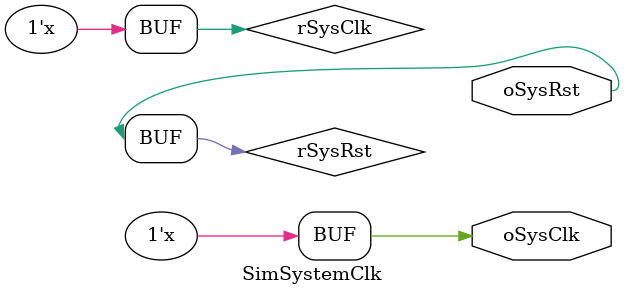
<source format=v>
module SimSystemClk #(
	parameter 	pSystemClkCycle = 2
)(
	output		oSysClk,
	output		oSysRst
);

reg	rSysClk;		assign oSysClk = rSysClk;
reg	rSysRst;		assign oSysRst = rSysRst;

//----------------------------------------------------------
// CLK の生成
//----------------------------------------------------------
always begin
    #(pSystemClkCycle/2);
    rSysClk = ~rSysClk;
end


//----------------------------------------------------------
// Rst 生成
//----------------------------------------------------------
reg [2:0] 	rRstCnt = 0;
reg 		rRst;
//
reg 		qRstEn;
//
always @(posedge iSysClk)
begin
	if (qRstEn) rRstCnt <= rRstCnt;
	else		rRstCnt <= rRstCnt + 1'b1;

	if (qRstEn) rRst <= 1'b0;
	else 		rRst <= 1'b1;
end

always @*
begin
	qRstEn <= (rRstCnt == 3'd7);
end

endmodule
</source>
